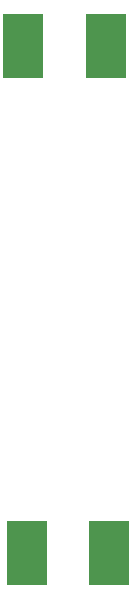
<source format=gbr>
G04 #@! TF.FileFunction,Soldermask,Bot*
%FSLAX46Y46*%
G04 Gerber Fmt 4.6, Leading zero omitted, Abs format (unit mm)*
G04 Created by KiCad (PCBNEW (2015-05-16 BZR 5655)-product) date Fri 05 Jun 2015 17:35:23 CEST*
%MOMM*%
G01*
G04 APERTURE LIST*
%ADD10C,0.150000*%
%ADD11R,3.400000X5.400000*%
G04 APERTURE END LIST*
D10*
D11*
X103800000Y-38500000D03*
X110800000Y-38500000D03*
X104100000Y-81450000D03*
X111100000Y-81450000D03*
M02*

</source>
